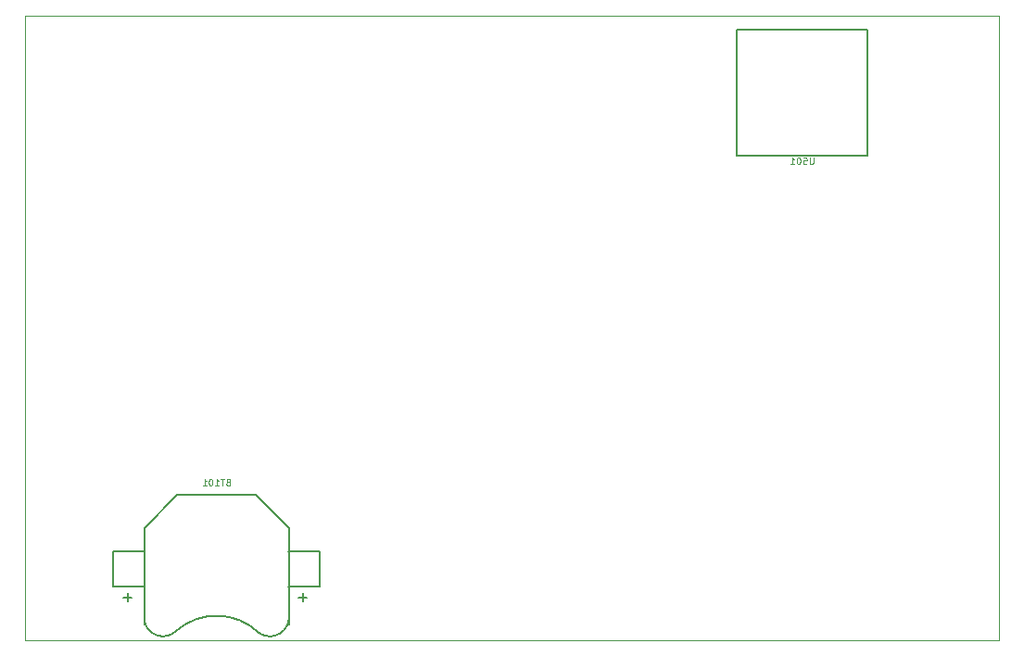
<source format=gbo>
G04 #@! TF.FileFunction,Legend,Bot*
%FSLAX46Y46*%
G04 Gerber Fmt 4.6, Leading zero omitted, Abs format (unit mm)*
G04 Created by KiCad (PCBNEW (2014-jul-16 BZR unknown)-product) date Sun 25 Jan 2015 04:19:58 PM EST*
%MOMM*%
G01*
G04 APERTURE LIST*
%ADD10C,0.100000*%
%ADD11C,0.150000*%
G04 APERTURE END LIST*
D10*
X60000000Y-108500000D02*
X60000000Y-51500000D01*
X149000000Y-108500000D02*
X60000000Y-108500000D01*
X149000000Y-51500000D02*
X149000000Y-108500000D01*
X60000000Y-51500000D02*
X149000000Y-51500000D01*
D11*
X73833723Y-107669425D02*
G75*
G02X81363340Y-107850000I3666277J-4198855D01*
G01*
X73873993Y-107640830D02*
G75*
G02X70890920Y-106640960I-1258413J1195450D01*
G01*
X81126007Y-107640830D02*
G75*
G03X84109080Y-106640960I1258413J1195450D01*
G01*
X84104000Y-98291600D02*
X84104000Y-107080000D01*
X70896000Y-98291600D02*
X70896000Y-107080000D01*
X81068700Y-95256300D02*
X84104000Y-98291600D01*
X73931300Y-95256300D02*
X70896000Y-98291600D01*
X73931300Y-95256300D02*
X81068700Y-95256300D01*
X86961500Y-100412500D02*
X84091300Y-100412500D01*
X86961500Y-103587500D02*
X86961500Y-100412500D01*
X86961500Y-103587500D02*
X84091300Y-103587500D01*
X68038500Y-100412500D02*
X70908700Y-100412500D01*
X68038500Y-103587500D02*
X68038500Y-100412500D01*
X68038500Y-103587500D02*
X70908700Y-103587500D01*
X125025000Y-64225000D02*
X125025000Y-52775000D01*
X125025000Y-52775000D02*
X136975000Y-52775000D01*
X136975000Y-52775000D02*
X136975000Y-64225000D01*
X125025000Y-64225000D02*
X136975000Y-64225000D01*
D10*
X78542858Y-94083143D02*
X78457144Y-94111714D01*
X78428572Y-94140286D01*
X78400001Y-94197429D01*
X78400001Y-94283143D01*
X78428572Y-94340286D01*
X78457144Y-94368857D01*
X78514286Y-94397429D01*
X78742858Y-94397429D01*
X78742858Y-93797429D01*
X78542858Y-93797429D01*
X78485715Y-93826000D01*
X78457144Y-93854571D01*
X78428572Y-93911714D01*
X78428572Y-93968857D01*
X78457144Y-94026000D01*
X78485715Y-94054571D01*
X78542858Y-94083143D01*
X78742858Y-94083143D01*
X78228572Y-93797429D02*
X77885715Y-93797429D01*
X78057144Y-94397429D02*
X78057144Y-93797429D01*
X77371429Y-94397429D02*
X77714286Y-94397429D01*
X77542858Y-94397429D02*
X77542858Y-93797429D01*
X77600001Y-93883143D01*
X77657143Y-93940286D01*
X77714286Y-93968857D01*
X77000000Y-93797429D02*
X76942857Y-93797429D01*
X76885714Y-93826000D01*
X76857143Y-93854571D01*
X76828572Y-93911714D01*
X76800000Y-94026000D01*
X76800000Y-94168857D01*
X76828572Y-94283143D01*
X76857143Y-94340286D01*
X76885714Y-94368857D01*
X76942857Y-94397429D01*
X77000000Y-94397429D01*
X77057143Y-94368857D01*
X77085714Y-94340286D01*
X77114286Y-94283143D01*
X77142857Y-94168857D01*
X77142857Y-94026000D01*
X77114286Y-93911714D01*
X77085714Y-93854571D01*
X77057143Y-93826000D01*
X77000000Y-93797429D01*
X76228571Y-94397429D02*
X76571428Y-94397429D01*
X76400000Y-94397429D02*
X76400000Y-93797429D01*
X76457143Y-93883143D01*
X76514285Y-93940286D01*
X76571428Y-93968857D01*
D11*
X69752952Y-104611429D02*
X68991047Y-104611429D01*
X69371999Y-104992381D02*
X69371999Y-104230476D01*
X85754952Y-104611429D02*
X84993047Y-104611429D01*
X85373999Y-104992381D02*
X85373999Y-104230476D01*
D10*
X132028572Y-64421429D02*
X132028572Y-64907143D01*
X132000000Y-64964286D01*
X131971429Y-64992857D01*
X131914286Y-65021429D01*
X131800000Y-65021429D01*
X131742858Y-64992857D01*
X131714286Y-64964286D01*
X131685715Y-64907143D01*
X131685715Y-64421429D01*
X131114287Y-64421429D02*
X131400001Y-64421429D01*
X131428572Y-64707143D01*
X131400001Y-64678571D01*
X131342858Y-64650000D01*
X131200001Y-64650000D01*
X131142858Y-64678571D01*
X131114287Y-64707143D01*
X131085715Y-64764286D01*
X131085715Y-64907143D01*
X131114287Y-64964286D01*
X131142858Y-64992857D01*
X131200001Y-65021429D01*
X131342858Y-65021429D01*
X131400001Y-64992857D01*
X131428572Y-64964286D01*
X130714286Y-64421429D02*
X130657143Y-64421429D01*
X130600000Y-64450000D01*
X130571429Y-64478571D01*
X130542858Y-64535714D01*
X130514286Y-64650000D01*
X130514286Y-64792857D01*
X130542858Y-64907143D01*
X130571429Y-64964286D01*
X130600000Y-64992857D01*
X130657143Y-65021429D01*
X130714286Y-65021429D01*
X130771429Y-64992857D01*
X130800000Y-64964286D01*
X130828572Y-64907143D01*
X130857143Y-64792857D01*
X130857143Y-64650000D01*
X130828572Y-64535714D01*
X130800000Y-64478571D01*
X130771429Y-64450000D01*
X130714286Y-64421429D01*
X129942857Y-65021429D02*
X130285714Y-65021429D01*
X130114286Y-65021429D02*
X130114286Y-64421429D01*
X130171429Y-64507143D01*
X130228571Y-64564286D01*
X130285714Y-64592857D01*
M02*

</source>
